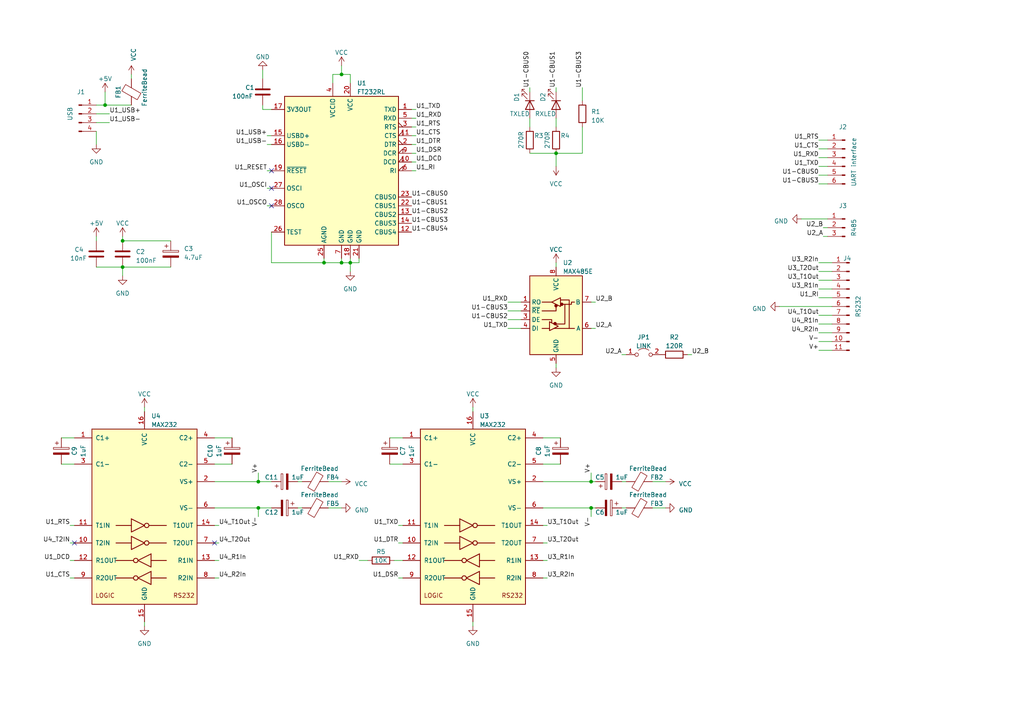
<source format=kicad_sch>
(kicad_sch (version 20230121) (generator eeschema)
  (paper "A4")
  (lib_symbols
    (symbol "Connector:Conn_01x03_Pin" (pin_names (offset 1.016) hide)
      (property "Reference" "J" (at 0 5.08 0))
      (property "Value" "Conn_01x03_Pin" (at 0 -5.08 0))
      (symbol "Conn_01x03_Pin_1_1"
        (polyline (pts (xy 1.27 -2.54) (xy 0.8636 -2.54)) (stroke (width 0.1524)))
        (polyline (pts (xy 1.27 0) (xy 0.8636 0)) (stroke (width 0.1524)))
        (polyline (pts (xy 1.27 2.54) (xy 0.8636 2.54)) (stroke (width 0.1524)))
        (rectangle (start 0.8636 -2.413) (end 0 -2.667) (stroke (width 0.1524)) (fill (type outline)))
        (rectangle (start 0.8636 0.127) (end 0 -0.127) (stroke (width 0.1524)) (fill (type outline)))
        (rectangle (start 0.8636 2.667) (end 0 2.413) (stroke (width 0.1524)) (fill (type outline)))
        (pin passive line (at 5.08 2.54 180) (length 3.81) (name "Pin_1") (number "1"))
        (pin passive line (at 5.08 0 180) (length 3.81) (name "Pin_2") (number "2"))
        (pin passive line (at 5.08 -2.54 180) (length 3.81) (name "Pin_3") (number "3"))
      )
    )
    (symbol "Connector:Conn_01x04_Pin" (pin_names (offset 1.016) hide)
      (property "Reference" "J" (at 0 5.08 0))
      (property "Value" "Conn_01x04_Pin" (at 0 -7.62 0))
      (symbol "Conn_01x04_Pin_1_1"
        (polyline (pts (xy 1.27 -5.08) (xy 0.8636 -5.08)) (stroke (width 0.1524)))
        (polyline (pts (xy 1.27 -2.54) (xy 0.8636 -2.54)) (stroke (width 0.1524)))
        (polyline (pts (xy 1.27 0) (xy 0.8636 0)) (stroke (width 0.1524)))
        (polyline (pts (xy 1.27 2.54) (xy 0.8636 2.54)) (stroke (width 0.1524)))
        (rectangle (start 0.8636 -4.953) (end 0 -5.207) (stroke (width 0.1524)) (fill (type outline)))
        (rectangle (start 0.8636 -2.413) (end 0 -2.667) (stroke (width 0.1524)) (fill (type outline)))
        (rectangle (start 0.8636 0.127) (end 0 -0.127) (stroke (width 0.1524)) (fill (type outline)))
        (rectangle (start 0.8636 2.667) (end 0 2.413) (stroke (width 0.1524)) (fill (type outline)))
        (pin passive line (at 5.08 2.54 180) (length 3.81) (name "Pin_1") (number "1"))
        (pin passive line (at 5.08 0 180) (length 3.81) (name "Pin_2") (number "2"))
        (pin passive line (at 5.08 -2.54 180) (length 3.81) (name "Pin_3") (number "3"))
        (pin passive line (at 5.08 -5.08 180) (length 3.81) (name "Pin_4") (number "4"))
      )
    )
    (symbol "Connector:Conn_01x06_Pin" (pin_names (offset 1.016) hide)
      (property "Reference" "J" (at 0 7.62 0))
      (property "Value" "Conn_01x06_Pin" (at 0 -10.16 0))
      (symbol "Conn_01x06_Pin_1_1"
        (polyline (pts (xy 1.27 -7.62) (xy 0.8636 -7.62)) (stroke (width 0.1524)))
        (polyline (pts (xy 1.27 -5.08) (xy 0.8636 -5.08)) (stroke (width 0.1524)))
        (polyline (pts (xy 1.27 -2.54) (xy 0.8636 -2.54)) (stroke (width 0.1524)))
        (polyline (pts (xy 1.27 0) (xy 0.8636 0)) (stroke (width 0.1524)))
        (polyline (pts (xy 1.27 2.54) (xy 0.8636 2.54)) (stroke (width 0.1524)))
        (polyline (pts (xy 1.27 5.08) (xy 0.8636 5.08)) (stroke (width 0.1524)))
        (rectangle (start 0.8636 -7.493) (end 0 -7.747) (stroke (width 0.1524)) (fill (type outline)))
        (rectangle (start 0.8636 -4.953) (end 0 -5.207) (stroke (width 0.1524)) (fill (type outline)))
        (rectangle (start 0.8636 -2.413) (end 0 -2.667) (stroke (width 0.1524)) (fill (type outline)))
        (rectangle (start 0.8636 0.127) (end 0 -0.127) (stroke (width 0.1524)) (fill (type outline)))
        (rectangle (start 0.8636 2.667) (end 0 2.413) (stroke (width 0.1524)) (fill (type outline)))
        (rectangle (start 0.8636 5.207) (end 0 4.953) (stroke (width 0.1524)) (fill (type outline)))
        (pin passive line (at 5.08 5.08 180) (length 3.81) (name "Pin_1") (number "1"))
        (pin passive line (at 5.08 2.54 180) (length 3.81) (name "Pin_2") (number "2"))
        (pin passive line (at 5.08 0 180) (length 3.81) (name "Pin_3") (number "3"))
        (pin passive line (at 5.08 -2.54 180) (length 3.81) (name "Pin_4") (number "4"))
        (pin passive line (at 5.08 -5.08 180) (length 3.81) (name "Pin_5") (number "5"))
        (pin passive line (at 5.08 -7.62 180) (length 3.81) (name "Pin_6") (number "6"))
      )
    )
    (symbol "Connector:Conn_01x11_Pin" (pin_names (offset 1.016) hide)
      (property "Reference" "J" (at 0 15.24 0))
      (property "Value" "Conn_01x11_Pin" (at 0 -15.24 0))
      (symbol "Conn_01x11_Pin_1_1"
        (polyline (pts (xy 1.27 -12.7) (xy 0.8636 -12.7)) (stroke (width 0.1524)))
        (polyline (pts (xy 1.27 -10.16) (xy 0.8636 -10.16)) (stroke (width 0.1524)))
        (polyline (pts (xy 1.27 -7.62) (xy 0.8636 -7.62)) (stroke (width 0.1524)))
        (polyline (pts (xy 1.27 -5.08) (xy 0.8636 -5.08)) (stroke (width 0.1524)))
        (polyline (pts (xy 1.27 -2.54) (xy 0.8636 -2.54)) (stroke (width 0.1524)))
        (polyline (pts (xy 1.27 0) (xy 0.8636 0)) (stroke (width 0.1524)))
        (polyline (pts (xy 1.27 2.54) (xy 0.8636 2.54)) (stroke (width 0.1524)))
        (polyline (pts (xy 1.27 5.08) (xy 0.8636 5.08)) (stroke (width 0.1524)))
        (polyline (pts (xy 1.27 7.62) (xy 0.8636 7.62)) (stroke (width 0.1524)))
        (polyline (pts (xy 1.27 10.16) (xy 0.8636 10.16)) (stroke (width 0.1524)))
        (polyline (pts (xy 1.27 12.7) (xy 0.8636 12.7)) (stroke (width 0.1524)))
        (rectangle (start 0.8636 -12.573) (end 0 -12.827) (stroke (width 0.1524)) (fill (type outline)))
        (rectangle (start 0.8636 -10.033) (end 0 -10.287) (stroke (width 0.1524)) (fill (type outline)))
        (rectangle (start 0.8636 -7.493) (end 0 -7.747) (stroke (width 0.1524)) (fill (type outline)))
        (rectangle (start 0.8636 -4.953) (end 0 -5.207) (stroke (width 0.1524)) (fill (type outline)))
        (rectangle (start 0.8636 -2.413) (end 0 -2.667) (stroke (width 0.1524)) (fill (type outline)))
        (rectangle (start 0.8636 0.127) (end 0 -0.127) (stroke (width 0.1524)) (fill (type outline)))
        (rectangle (start 0.8636 2.667) (end 0 2.413) (stroke (width 0.1524)) (fill (type outline)))
        (rectangle (start 0.8636 5.207) (end 0 4.953) (stroke (width 0.1524)) (fill (type outline)))
        (rectangle (start 0.8636 7.747) (end 0 7.493) (stroke (width 0.1524)) (fill (type outline)))
        (rectangle (start 0.8636 10.287) (end 0 10.033) (stroke (width 0.1524)) (fill (type outline)))
        (rectangle (start 0.8636 12.827) (end 0 12.573) (stroke (width 0.1524)) (fill (type outline)))
        (pin passive line (at 5.08 12.7 180) (length 3.81) (name "Pin_1") (number "1"))
        (pin passive line (at 5.08 -10.16 180) (length 3.81) (name "Pin_10") (number "10"))
        (pin passive line (at 5.08 -12.7 180) (length 3.81) (name "Pin_11") (number "11"))
        (pin passive line (at 5.08 10.16 180) (length 3.81) (name "Pin_2") (number "2"))
        (pin passive line (at 5.08 7.62 180) (length 3.81) (name "Pin_3") (number "3"))
        (pin passive line (at 5.08 5.08 180) (length 3.81) (name "Pin_4") (number "4"))
        (pin passive line (at 5.08 2.54 180) (length 3.81) (name "Pin_5") (number "5"))
        (pin passive line (at 5.08 0 180) (length 3.81) (name "Pin_6") (number "6"))
        (pin passive line (at 5.08 -2.54 180) (length 3.81) (name "Pin_7") (number "7"))
        (pin passive line (at 5.08 -5.08 180) (length 3.81) (name "Pin_8") (number "8"))
        (pin passive line (at 5.08 -7.62 180) (length 3.81) (name "Pin_9") (number "9"))
      )
    )
    (symbol "Device:C" (pin_numbers hide) (pin_names (offset 0.254))
      (property "Reference" "C" (at 0.635 2.54 0))
      (property "Value" "C" (at 0.635 -2.54 0))
      (symbol "C_0_1"
        (polyline (pts (xy -2.032 -0.762) (xy 2.032 -0.762)) (stroke (width 0.508)))
        (polyline (pts (xy -2.032 0.762) (xy 2.032 0.762)) (stroke (width 0.508)))
      )
      (symbol "C_1_1"
        (pin passive line (at 0 3.81 270) (length 2.794) (name "~") (number "1"))
        (pin passive line (at 0 -3.81 90) (length 2.794) (name "~") (number "2"))
      )
    )
    (symbol "Device:C_Polarized" (pin_numbers hide) (pin_names (offset 0.254))
      (property "Reference" "C" (at 0.635 2.54 0))
      (property "Value" "C_Polarized" (at 0.635 -2.54 0))
      (symbol "C_Polarized_0_1"
        (rectangle (start -2.286 0.508) (end 2.286 1.016))
        (polyline (pts (xy -1.778 2.286) (xy -0.762 2.286)))
        (polyline (pts (xy -1.27 2.794) (xy -1.27 1.778)))
        (rectangle (start 2.286 -0.508) (end -2.286 -1.016) (fill (type outline)))
      )
      (symbol "C_Polarized_1_1"
        (pin passive line (at 0 3.81 270) (length 2.794) (name "~") (number "1"))
        (pin passive line (at 0 -3.81 90) (length 2.794) (name "~") (number "2"))
      )
    )
    (symbol "Device:FerriteBead" (pin_numbers hide) (pin_names (offset 0))
      (property "Reference" "FB" (at -3.81 0.635 90))
      (property "Value" "FerriteBead" (at 3.81 0 90))
      (symbol "FerriteBead_0_1"
        (polyline (pts (xy 0 -1.27) (xy 0 -1.2192)))
        (polyline (pts (xy 0 1.27) (xy 0 1.2954)))
        (polyline (pts (xy -2.7686 0.4064) (xy -1.7018 2.2606) (xy 2.7686 -0.3048) (xy 1.6764 -2.159) (xy -2.7686 0.4064)))
      )
      (symbol "FerriteBead_1_1"
        (pin passive line (at 0 3.81 270) (length 2.54) (name "~") (number "1"))
        (pin passive line (at 0 -3.81 90) (length 2.54) (name "~") (number "2"))
      )
    )
    (symbol "Device:LED" (pin_numbers hide) (pin_names (offset 1.016) hide)
      (property "Reference" "D" (at 0 2.54 0))
      (property "Value" "LED" (at 0 -2.54 0))
      (symbol "LED_0_1"
        (polyline (pts (xy -1.27 -1.27) (xy -1.27 1.27)) (stroke (width 0.254)))
        (polyline (pts (xy -1.27 0) (xy 1.27 0)))
        (polyline (pts (xy 1.27 -1.27) (xy 1.27 1.27) (xy -1.27 0) (xy 1.27 -1.27)) (stroke (width 0.254)))
        (polyline (pts (xy -3.048 -0.762) (xy -4.572 -2.286) (xy -3.81 -2.286) (xy -4.572 -2.286) (xy -4.572 -1.524)))
        (polyline (pts (xy -1.778 -0.762) (xy -3.302 -2.286) (xy -2.54 -2.286) (xy -3.302 -2.286) (xy -3.302 -1.524)))
      )
      (symbol "LED_1_1"
        (pin passive line (at -3.81 0 0) (length 2.54) (name "K") (number "1"))
        (pin passive line (at 3.81 0 180) (length 2.54) (name "A") (number "2"))
      )
    )
    (symbol "Device:R" (pin_numbers hide) (pin_names (offset 0))
      (property "Reference" "R" (at 2.032 0 90))
      (property "Value" "R" (at 0 0 90))
      (symbol "R_0_1"
        (rectangle (start -1.016 -2.54) (end 1.016 2.54) (stroke (width 0.254)))
      )
      (symbol "R_1_1"
        (pin passive line (at 0 3.81 270) (length 1.27) (name "~") (number "1"))
        (pin passive line (at 0 -3.81 90) (length 1.27) (name "~") (number "2"))
      )
    )
    (symbol "Interface_UART:MAX232" (pin_names (offset 1.016))
      (property "Reference" "U" (at -2.54 28.575 0))
      (property "Value" "MAX232" (at -2.54 26.67 0))
      (symbol "MAX232_0_0"
        (text "LOGIC" (at -11.43 -22.86 0) (effects (font (size 1.27 1.27))))
        (text "RS232" (at 11.43 -22.86 0) (effects (font (size 1.27 1.27))))
      )
      (symbol "MAX232_0_1"
        (rectangle (start -15.24 -25.4) (end 15.24 25.4) (stroke (width 0.254)) (fill (type background)))
        (circle (center -2.54 -17.78) (radius 0.635) (stroke (width 0.254)))
        (circle (center -2.54 -12.7) (radius 0.635) (stroke (width 0.254)))
        (polyline (pts (xy -3.81 -7.62) (xy -8.255 -7.62)) (stroke (width 0.254)))
        (polyline (pts (xy -3.81 -2.54) (xy -8.255 -2.54)) (stroke (width 0.254)))
        (polyline (pts (xy -3.175 -17.78) (xy -8.255 -17.78)) (stroke (width 0.254)))
        (polyline (pts (xy -3.175 -12.7) (xy -8.255 -12.7)) (stroke (width 0.254)))
        (polyline (pts (xy 1.27 -7.62) (xy 6.35 -7.62)) (stroke (width 0.254)))
        (polyline (pts (xy 1.27 -2.54) (xy 6.35 -2.54)) (stroke (width 0.254)))
        (polyline (pts (xy 1.905 -17.78) (xy 6.35 -17.78)) (stroke (width 0.254)))
        (polyline (pts (xy 1.905 -12.7) (xy 6.35 -12.7)) (stroke (width 0.254)))
        (polyline (pts (xy -3.81 -5.715) (xy -3.81 -9.525) (xy 0 -7.62) (xy -3.81 -5.715)) (stroke (width 0.254)))
        (polyline (pts (xy -3.81 -0.635) (xy -3.81 -4.445) (xy 0 -2.54) (xy -3.81 -0.635)) (stroke (width 0.254)))
        (polyline (pts (xy 1.905 -15.875) (xy 1.905 -19.685) (xy -1.905 -17.78) (xy 1.905 -15.875)) (stroke (width 0.254)))
        (polyline (pts (xy 1.905 -10.795) (xy 1.905 -14.605) (xy -1.905 -12.7) (xy 1.905 -10.795)) (stroke (width 0.254)))
        (circle (center 0.635 -7.62) (radius 0.635) (stroke (width 0.254)))
        (circle (center 0.635 -2.54) (radius 0.635) (stroke (width 0.254)))
      )
      (symbol "MAX232_1_1"
        (pin passive line (at -20.32 22.86 0) (length 5.08) (name "C1+") (number "1"))
        (pin input line (at -20.32 -7.62 0) (length 5.08) (name "T2IN") (number "10"))
        (pin input line (at -20.32 -2.54 0) (length 5.08) (name "T1IN") (number "11"))
        (pin output line (at -20.32 -12.7 0) (length 5.08) (name "R1OUT") (number "12"))
        (pin input line (at 20.32 -12.7 180) (length 5.08) (name "R1IN") (number "13"))
        (pin output line (at 20.32 -2.54 180) (length 5.08) (name "T1OUT") (number "14"))
        (pin power_in line (at 0 -30.48 90) (length 5.08) (name "GND") (number "15"))
        (pin power_in line (at 0 30.48 270) (length 5.08) (name "VCC") (number "16"))
        (pin power_out line (at 20.32 10.16 180) (length 5.08) (name "VS+") (number "2"))
        (pin passive line (at -20.32 15.24 0) (length 5.08) (name "C1-") (number "3"))
        (pin passive line (at 20.32 22.86 180) (length 5.08) (name "C2+") (number "4"))
        (pin passive line (at 20.32 15.24 180) (length 5.08) (name "C2-") (number "5"))
        (pin power_out line (at 20.32 2.54 180) (length 5.08) (name "VS-") (number "6"))
        (pin output line (at 20.32 -7.62 180) (length 5.08) (name "T2OUT") (number "7"))
        (pin input line (at 20.32 -17.78 180) (length 5.08) (name "R2IN") (number "8"))
        (pin output line (at -20.32 -17.78 0) (length 5.08) (name "R2OUT") (number "9"))
      )
    )
    (symbol "Interface_UART:MAX485E"
      (property "Reference" "U" (at -6.096 11.43 0))
      (property "Value" "MAX485E" (at 0.762 11.43 0))
      (symbol "MAX485E_0_1"
        (rectangle (start -7.62 10.16) (end 7.62 -12.7) (stroke (width 0.254)) (fill (type background)))
        (circle (center -0.3048 -3.683) (radius 0.3556) (stroke (width 0.254)) (fill (type outline)))
        (circle (center -0.0254 1.4986) (radius 0.3556) (stroke (width 0.254)) (fill (type outline)))
        (polyline (pts (xy -4.064 -5.08) (xy -1.905 -5.08)) (stroke (width 0.254)))
        (polyline (pts (xy -4.064 2.54) (xy -1.27 2.54)) (stroke (width 0.254)))
        (polyline (pts (xy -1.27 -3.2004) (xy -1.27 -3.4544)) (stroke (width 0.254)))
        (polyline (pts (xy -0.635 -5.08) (xy 5.334 -5.08)) (stroke (width 0.254)))
        (polyline (pts (xy -4.064 -2.54) (xy -1.27 -2.54) (xy -1.27 -3.175)) (stroke (width 0.254)))
        (polyline (pts (xy 0 1.27) (xy 0 0) (xy -4.064 0)) (stroke (width 0.254)))
        (polyline (pts (xy 1.27 3.175) (xy 3.81 3.175) (xy 3.81 -5.08)) (stroke (width 0.254)))
        (polyline (pts (xy 2.54 1.905) (xy 2.54 -3.81) (xy 0 -3.81)) (stroke (width 0.254)))
        (polyline (pts (xy -1.905 -3.175) (xy -1.905 -5.715) (xy 0.635 -4.445) (xy -1.905 -3.175)) (stroke (width 0.254)))
        (polyline (pts (xy -1.27 2.54) (xy 1.27 3.81) (xy 1.27 1.27) (xy -1.27 2.54)) (stroke (width 0.254)))
        (polyline (pts (xy 1.905 1.905) (xy 4.445 1.905) (xy 4.445 2.54) (xy 5.334 2.54)) (stroke (width 0.254)))
        (rectangle (start 1.27 3.175) (end 1.27 3.175))
        (circle (center 1.651 1.905) (radius 0.3556) (stroke (width 0.254)) (fill (type outline)))
      )
      (symbol "MAX485E_1_1"
        (pin output line (at -10.16 2.54 0) (length 2.54) (name "RO") (number "1"))
        (pin input line (at -10.16 0 0) (length 2.54) (name "~{RE}") (number "2"))
        (pin input line (at -10.16 -2.54 0) (length 2.54) (name "DE") (number "3"))
        (pin input line (at -10.16 -5.08 0) (length 2.54) (name "DI") (number "4"))
        (pin power_in line (at 0 -15.24 90) (length 2.54) (name "GND") (number "5"))
        (pin bidirectional line (at 10.16 -5.08 180) (length 2.54) (name "A") (number "6"))
        (pin bidirectional line (at 10.16 2.54 180) (length 2.54) (name "B") (number "7"))
        (pin power_in line (at 0 12.7 270) (length 2.54) (name "VCC") (number "8"))
      )
    )
    (symbol "Interface_USB:FT232RL"
      (property "Reference" "U" (at -16.51 22.86 0))
      (property "Value" "FT232RL" (at 10.16 22.86 0))
      (symbol "FT232RL_0_1"
        (rectangle (start -16.51 21.59) (end 16.51 -21.59) (stroke (width 0.254)) (fill (type background)))
      )
      (symbol "FT232RL_1_1"
        (pin output line (at 20.32 17.78 180) (length 3.81) (name "TXD") (number "1"))
        (pin input input_low (at 20.32 2.54 180) (length 3.81) (name "DCD") (number "10"))
        (pin input input_low (at 20.32 10.16 180) (length 3.81) (name "CTS") (number "11"))
        (pin bidirectional line (at 20.32 -17.78 180) (length 3.81) (name "CBUS4") (number "12"))
        (pin bidirectional line (at 20.32 -12.7 180) (length 3.81) (name "CBUS2") (number "13"))
        (pin bidirectional line (at 20.32 -15.24 180) (length 3.81) (name "CBUS3") (number "14"))
        (pin bidirectional line (at -20.32 10.16 0) (length 3.81) (name "USBD+") (number "15"))
        (pin bidirectional line (at -20.32 7.62 0) (length 3.81) (name "USBD-") (number "16"))
        (pin power_out line (at -20.32 17.78 0) (length 3.81) (name "3V3OUT") (number "17"))
        (pin power_in line (at 2.54 -25.4 90) (length 3.81) (name "GND") (number "18"))
        (pin input line (at -20.32 0 0) (length 3.81) (name "~{RESET}") (number "19"))
        (pin output output_low (at 20.32 7.62 180) (length 3.81) (name "DTR") (number "2"))
        (pin power_in line (at 2.54 25.4 270) (length 3.81) (name "VCC") (number "20"))
        (pin power_in line (at 5.08 -25.4 90) (length 3.81) (name "GND") (number "21"))
        (pin bidirectional line (at 20.32 -10.16 180) (length 3.81) (name "CBUS1") (number "22"))
        (pin bidirectional line (at 20.32 -7.62 180) (length 3.81) (name "CBUS0") (number "23"))
        (pin power_in line (at -5.08 -25.4 90) (length 3.81) (name "AGND") (number "25"))
        (pin input line (at -20.32 -17.78 0) (length 3.81) (name "TEST") (number "26"))
        (pin input line (at -20.32 -5.08 0) (length 3.81) (name "OSCI") (number "27"))
        (pin output line (at -20.32 -10.16 0) (length 3.81) (name "OSCO") (number "28"))
        (pin output output_low (at 20.32 12.7 180) (length 3.81) (name "RTS") (number "3"))
        (pin power_in line (at -2.54 25.4 270) (length 3.81) (name "VCCIO") (number "4"))
        (pin input line (at 20.32 15.24 180) (length 3.81) (name "RXD") (number "5"))
        (pin input input_low (at 20.32 0 180) (length 3.81) (name "RI") (number "6"))
        (pin power_in line (at 0 -25.4 90) (length 3.81) (name "GND") (number "7"))
        (pin input input_low (at 20.32 5.08 180) (length 3.81) (name "DCR") (number "9"))
      )
    )
    (symbol "Jumper:Jumper_2_Open" (pin_names (offset 0) hide)
      (property "Reference" "JP" (at 0 2.794 0))
      (property "Value" "Jumper_2_Open" (at 0 -2.286 0))
      (symbol "Jumper_2_Open_0_0"
        (circle (center -2.032 0) (radius 0.508))
        (circle (center 2.032 0) (radius 0.508))
      )
      (symbol "Jumper_2_Open_0_1"
        (arc (start 1.524 1.27) (mid 0 1.778) (end -1.524 1.27))
      )
      (symbol "Jumper_2_Open_1_1"
        (pin passive line (at -5.08 0 0) (length 2.54) (name "A") (number "1"))
        (pin passive line (at 5.08 0 180) (length 2.54) (name "B") (number "2"))
      )
    )
    (symbol "power:+5V" (power) (pin_names (offset 0))
      (property "Value" "+5V" (at 0 3.556 0))
      (symbol "+5V_0_1"
        (polyline (pts (xy -0.762 1.27) (xy 0 2.54)))
        (polyline (pts (xy 0 0) (xy 0 2.54)))
        (polyline (pts (xy 0 2.54) (xy 0.762 1.27)))
      )
      (symbol "+5V_1_1"
        (pin power_in line (at 0 0 90) (length 0) hide (name "+5V") (number "1"))
      )
    )
    (symbol "power:GND" (power) (pin_names (offset 0))
      (property "Value" "GND" (at 0 -3.81 0))
      (symbol "GND_0_1"
        (polyline (pts (xy 0 0) (xy 0 -1.27) (xy 1.27 -1.27) (xy 0 -2.54) (xy -1.27 -1.27) (xy 0 -1.27)))
      )
      (symbol "GND_1_1"
        (pin power_in line (at 0 0 270) (length 0) hide (name "GND") (number "1"))
      )
    )
    (symbol "power:VCC" (power) (pin_names (offset 0))
      (property "Value" "VCC" (at 0 3.81 0))
      (symbol "VCC_0_1"
        (polyline (pts (xy -0.762 1.27) (xy 0 2.54)))
        (polyline (pts (xy 0 0) (xy 0 2.54)))
        (polyline (pts (xy 0 2.54) (xy 0.762 1.27)))
      )
      (symbol "VCC_1_1"
        (pin power_in line (at 0 0 90) (length 0) hide (name "VCC") (number "1"))
      )
    )
  )
  (junction (at 74.93 147.32))
  (junction (at 74.93 139.7))
  (junction (at 171.45 139.7))
  (junction (at 99.06 21.59))
  (junction (at 93.98 76.2))
  (junction (at 171.45 147.32))
  (junction (at 30.48 30.48))
  (junction (at 35.56 77.47))
  (junction (at 101.6 76.2))
  (junction (at 35.56 69.85))
  (junction (at 99.06 76.2))
  (junction (at 161.29 44.45))
  (no_connect (at 62.23 157.48))
  (no_connect (at 21.59 157.48))
  (no_connect (at 78.74 49.53))
  (no_connect (at 78.74 59.69))
  (no_connect (at 78.74 54.61))
  (wire (pts (xy 77.47 39.37) (xy 78.74 39.37)))
  (wire (pts (xy 62.23 139.7) (xy 74.93 139.7)))
  (wire (pts (xy 104.14 74.93) (xy 104.14 76.2)))
  (wire (pts (xy 35.56 69.85) (xy 49.53 69.85)))
  (wire (pts (xy 238.76 68.58) (xy 240.03 68.58)))
  (wire (pts (xy 157.48 139.7) (xy 171.45 139.7)))
  (wire (pts (xy 62.23 134.62) (xy 67.31 134.62)))
  (wire (pts (xy 101.6 76.2) (xy 99.06 76.2)))
  (wire (pts (xy 41.91 118.11) (xy 41.91 119.38)))
  (wire (pts (xy 78.74 67.31) (xy 78.74 76.2)))
  (wire (pts (xy 153.67 44.45) (xy 161.29 44.45)))
  (wire (pts (xy 74.93 139.7) (xy 78.74 139.7)))
  (wire (pts (xy 153.67 34.29) (xy 153.67 36.83)))
  (wire (pts (xy 180.34 139.7) (xy 181.61 139.7)))
  (wire (pts (xy 27.94 30.48) (xy 30.48 30.48)))
  (wire (pts (xy 147.32 90.17) (xy 151.13 90.17)))
  (wire (pts (xy 237.49 86.36) (xy 241.3 86.36)))
  (wire (pts (xy 17.78 127) (xy 21.59 127)))
  (wire (pts (xy 161.29 34.29) (xy 161.29 36.83)))
  (wire (pts (xy 189.23 147.32) (xy 193.04 147.32)))
  (wire (pts (xy 172.72 95.25) (xy 171.45 95.25)))
  (wire (pts (xy 114.3 162.56) (xy 116.84 162.56)))
  (wire (pts (xy 95.25 139.7) (xy 99.06 139.7)))
  (wire (pts (xy 30.48 30.48) (xy 38.1 30.48)))
  (wire (pts (xy 158.75 167.64) (xy 157.48 167.64)))
  (wire (pts (xy 78.74 31.75) (xy 76.2 31.75)))
  (wire (pts (xy 93.98 76.2) (xy 99.06 76.2)))
  (wire (pts (xy 237.49 91.44) (xy 241.3 91.44)))
  (wire (pts (xy 62.23 127) (xy 67.31 127)))
  (wire (pts (xy 120.65 46.99) (xy 119.38 46.99)))
  (wire (pts (xy 76.2 31.75) (xy 76.2 30.48)))
  (wire (pts (xy 153.67 25.4) (xy 153.67 26.67)))
  (wire (pts (xy 158.75 157.48) (xy 157.48 157.48)))
  (wire (pts (xy 99.06 19.05) (xy 99.06 21.59)))
  (wire (pts (xy 200.66 102.87) (xy 199.39 102.87)))
  (wire (pts (xy 237.49 48.26) (xy 240.03 48.26)))
  (wire (pts (xy 237.49 40.64) (xy 240.03 40.64)))
  (wire (pts (xy 120.65 34.29) (xy 119.38 34.29)))
  (wire (pts (xy 189.23 139.7) (xy 193.04 139.7)))
  (wire (pts (xy 137.16 181.61) (xy 137.16 180.34)))
  (wire (pts (xy 180.34 147.32) (xy 181.61 147.32)))
  (wire (pts (xy 120.65 44.45) (xy 119.38 44.45)))
  (wire (pts (xy 147.32 95.25) (xy 151.13 95.25)))
  (wire (pts (xy 35.56 68.58) (xy 35.56 69.85)))
  (wire (pts (xy 180.34 102.87) (xy 181.61 102.87)))
  (wire (pts (xy 63.5 162.56) (xy 62.23 162.56)))
  (wire (pts (xy 120.65 36.83) (xy 119.38 36.83)))
  (wire (pts (xy 147.32 87.63) (xy 151.13 87.63)))
  (wire (pts (xy 237.49 50.8) (xy 240.03 50.8)))
  (wire (pts (xy 27.94 69.85) (xy 27.94 68.58)))
  (wire (pts (xy 137.16 118.11) (xy 137.16 119.38)))
  (wire (pts (xy 158.75 152.4) (xy 157.48 152.4)))
  (wire (pts (xy 157.48 134.62) (xy 162.56 134.62)))
  (wire (pts (xy 161.29 44.45) (xy 161.29 48.26)))
  (wire (pts (xy 86.36 147.32) (xy 87.63 147.32)))
  (wire (pts (xy 78.74 76.2) (xy 93.98 76.2)))
  (wire (pts (xy 20.32 162.56) (xy 21.59 162.56)))
  (wire (pts (xy 161.29 25.4) (xy 161.29 26.67)))
  (wire (pts (xy 63.5 167.64) (xy 62.23 167.64)))
  (wire (pts (xy 120.65 31.75) (xy 119.38 31.75)))
  (wire (pts (xy 20.32 152.4) (xy 21.59 152.4)))
  (wire (pts (xy 38.1 22.86) (xy 38.1 21.59)))
  (wire (pts (xy 237.49 101.6) (xy 241.3 101.6)))
  (wire (pts (xy 31.75 33.02) (xy 27.94 33.02)))
  (wire (pts (xy 86.36 139.7) (xy 87.63 139.7)))
  (wire (pts (xy 237.49 93.98) (xy 241.3 93.98)))
  (wire (pts (xy 20.32 157.48) (xy 21.59 157.48)))
  (wire (pts (xy 77.47 54.61) (xy 78.74 54.61)))
  (wire (pts (xy 168.91 44.45) (xy 161.29 44.45)))
  (wire (pts (xy 74.93 147.32) (xy 78.74 147.32)))
  (wire (pts (xy 63.5 152.4) (xy 62.23 152.4)))
  (wire (pts (xy 237.49 78.74) (xy 241.3 78.74)))
  (wire (pts (xy 99.06 74.93) (xy 99.06 76.2)))
  (wire (pts (xy 120.65 39.37) (xy 119.38 39.37)))
  (wire (pts (xy 101.6 24.13) (xy 101.6 21.59)))
  (wire (pts (xy 30.48 26.67) (xy 30.48 30.48)))
  (wire (pts (xy 113.03 127) (xy 116.84 127)))
  (wire (pts (xy 237.49 83.82) (xy 241.3 83.82)))
  (wire (pts (xy 115.57 152.4) (xy 116.84 152.4)))
  (wire (pts (xy 237.49 45.72) (xy 240.03 45.72)))
  (wire (pts (xy 115.57 167.64) (xy 116.84 167.64)))
  (wire (pts (xy 168.91 25.4) (xy 168.91 29.21)))
  (wire (pts (xy 161.29 76.2) (xy 161.29 77.47)))
  (wire (pts (xy 240.03 63.5) (xy 232.41 63.5)))
  (wire (pts (xy 237.49 43.18) (xy 240.03 43.18)))
  (wire (pts (xy 161.29 106.68) (xy 161.29 105.41)))
  (wire (pts (xy 157.48 147.32) (xy 171.45 147.32)))
  (wire (pts (xy 77.47 49.53) (xy 78.74 49.53)))
  (wire (pts (xy 237.49 99.06) (xy 241.3 99.06)))
  (wire (pts (xy 120.65 49.53) (xy 119.38 49.53)))
  (wire (pts (xy 27.94 77.47) (xy 35.56 77.47)))
  (wire (pts (xy 76.2 20.32) (xy 76.2 22.86)))
  (wire (pts (xy 35.56 77.47) (xy 49.53 77.47)))
  (wire (pts (xy 120.65 41.91) (xy 119.38 41.91)))
  (wire (pts (xy 27.94 38.1) (xy 27.94 41.91)))
  (wire (pts (xy 31.75 35.56) (xy 27.94 35.56)))
  (wire (pts (xy 74.93 149.86) (xy 74.93 147.32)))
  (wire (pts (xy 104.14 76.2) (xy 101.6 76.2)))
  (wire (pts (xy 226.06 88.9) (xy 241.3 88.9)))
  (wire (pts (xy 104.14 162.56) (xy 106.68 162.56)))
  (wire (pts (xy 172.72 87.63) (xy 171.45 87.63)))
  (wire (pts (xy 20.32 167.64) (xy 21.59 167.64)))
  (wire (pts (xy 74.93 137.16) (xy 74.93 139.7)))
  (wire (pts (xy 41.91 180.34) (xy 41.91 181.61)))
  (wire (pts (xy 147.32 92.71) (xy 151.13 92.71)))
  (wire (pts (xy 238.76 66.04) (xy 240.03 66.04)))
  (wire (pts (xy 101.6 76.2) (xy 101.6 78.74)))
  (wire (pts (xy 237.49 53.34) (xy 240.03 53.34)))
  (wire (pts (xy 171.45 149.86) (xy 171.45 147.32)))
  (wire (pts (xy 115.57 157.48) (xy 116.84 157.48)))
  (wire (pts (xy 77.47 59.69) (xy 78.74 59.69)))
  (wire (pts (xy 62.23 147.32) (xy 74.93 147.32)))
  (wire (pts (xy 99.06 21.59) (xy 101.6 21.59)))
  (wire (pts (xy 171.45 139.7) (xy 172.72 139.7)))
  (wire (pts (xy 101.6 74.93) (xy 101.6 76.2)))
  (wire (pts (xy 99.06 21.59) (xy 96.52 21.59)))
  (wire (pts (xy 96.52 24.13) (xy 96.52 21.59)))
  (wire (pts (xy 113.03 134.62) (xy 116.84 134.62)))
  (wire (pts (xy 17.78 134.62) (xy 21.59 134.62)))
  (wire (pts (xy 168.91 36.83) (xy 168.91 44.45)))
  (wire (pts (xy 95.25 147.32) (xy 99.06 147.32)))
  (wire (pts (xy 237.49 76.2) (xy 241.3 76.2)))
  (wire (pts (xy 63.5 157.48) (xy 62.23 157.48)))
  (wire (pts (xy 77.47 41.91) (xy 78.74 41.91)))
  (wire (pts (xy 171.45 147.32) (xy 172.72 147.32)))
  (wire (pts (xy 158.75 162.56) (xy 157.48 162.56)))
  (wire (pts (xy 171.45 137.16) (xy 171.45 139.7)))
  (wire (pts (xy 35.56 80.01) (xy 35.56 77.47)))
  (wire (pts (xy 237.49 81.28) (xy 241.3 81.28)))
  (wire (pts (xy 237.49 96.52) (xy 241.3 96.52)))
  (wire (pts (xy 157.48 127) (xy 162.56 127)))
  (wire (pts (xy 93.98 74.93) (xy 93.98 76.2)))
  (label "U1_TXD" (at 120.65 31.75 0))
  (label "U3_T2Out" (at 237.49 78.74 180))
  (label "U1_DSR" (at 115.57 167.64 180))
  (label "U1_RI" (at 237.49 86.36 180))
  (label "U4_T2IN" (at 20.32 157.48 180))
  (label "U3_T2Out" (at 158.75 157.48 0))
  (label "U2_A" (at 238.76 68.58 180))
  (label "U1-CBUS0" (at 237.49 50.8 180))
  (label "V-" (at 171.45 149.86 270))
  (label "U1-CBUS3" (at 237.49 53.34 180))
  (label "V-" (at 237.49 99.06 180))
  (label "U1_DCD" (at 120.65 46.99 0))
  (label "U2_B" (at 238.76 66.04 180))
  (label "U2_B" (at 172.72 87.63 0))
  (label "U1_OSCI" (at 77.47 54.61 180))
  (label "U1-CBUS3" (at 119.38 64.77 0))
  (label "U1-CBUS0" (at 119.38 57.15 0))
  (label "U1_DSR" (at 120.65 44.45 0))
  (label "U1_TXD" (at 115.57 152.4 180))
  (label "U1_TXD" (at 237.49 48.26 180))
  (label "U3_R2In" (at 158.75 167.64 0))
  (label "U4_T2Out" (at 63.5 157.48 0))
  (label "U1_TXD" (at 147.32 95.25 180))
  (label "U1_RESET" (at 77.47 49.53 180))
  (label "U4_T1Out" (at 237.49 91.44 180))
  (label "U1_RTS" (at 20.32 152.4 180))
  (label "U4_R1In" (at 63.5 162.56 0))
  (label "U3_R1In" (at 158.75 162.56 0))
  (label "U1_DCD" (at 20.32 162.56 180))
  (label "U3_R1In" (at 237.49 83.82 180))
  (label "U4_T1Out" (at 63.5 152.4 0))
  (label "U1_OSCO" (at 77.47 59.69 180))
  (label "U2_B" (at 200.66 102.87 0))
  (label "V-" (at 74.93 149.86 270))
  (label "U1_RXD" (at 147.32 87.63 180))
  (label "V+" (at 171.45 137.16 90))
  (label "U1_CTS" (at 237.49 43.18 180))
  (label "U1_CTS" (at 120.65 39.37 0))
  (label "U1_RI" (at 120.65 49.53 0))
  (label "U3_R2In" (at 237.49 76.2 180))
  (label "U1-CBUS1" (at 161.29 25.4 90))
  (label "U1-CBUS2" (at 119.38 62.23 0))
  (label "U1_DTR" (at 115.57 157.48 180))
  (label "U1_USB-" (at 31.75 35.56 0))
  (label "U1_RXD" (at 120.65 34.29 0))
  (label "V+" (at 74.93 137.16 90))
  (label "U1_USB+" (at 77.47 39.37 180))
  (label "U1-CBUS2" (at 147.32 92.71 180))
  (label "U1_USB-" (at 77.47 41.91 180))
  (label "U4_R2In" (at 237.49 96.52 180))
  (label "U1-CBUS4" (at 119.38 67.31 0))
  (label "U2_A" (at 172.72 95.25 0))
  (label "U1-CBUS3" (at 147.32 90.17 180))
  (label "U1_RTS" (at 237.49 40.64 180))
  (label "U1_CTS" (at 20.32 167.64 180))
  (label "U2_A" (at 180.34 102.87 180))
  (label "U1-CBUS3" (at 168.91 25.4 90))
  (label "U4_R1In" (at 237.49 93.98 180))
  (label "U1-CBUS1" (at 119.38 59.69 0))
  (label "U1_DTR" (at 120.65 41.91 0))
  (label "U1_RTS" (at 120.65 36.83 0))
  (label "U1_RXD" (at 237.49 45.72 180))
  (label "V+" (at 237.49 101.6 180))
  (label "U1_USB+" (at 31.75 33.02 0))
  (label "U4_R2In" (at 63.5 167.64 0))
  (label "U3_T1Out" (at 237.49 81.28 180))
  (label "U3_T1Out" (at 158.75 152.4 0))
  (label "U1_RXD" (at 104.14 162.56 180))
  (label "U1-CBUS0" (at 153.67 25.4 90))
  (symbol (lib_id "Device:R") (at 110.49 162.56 90) (unit 1)
    (property "Reference" "R5" (at 110.49 160.02 90))
    (property "Value" "10K" (at 110.49 162.56 90))
    (property "Footprint" "Resistor_THT:R_Axial_DIN0207_L6.3mm_D2.5mm_P7.62mm_Horizontal" (effects hide))
  )
  (symbol (lib_id "Device:C_Polarized") (at 17.78 130.81 0) (unit 1)
    (property "Reference" "C9" (at 21.59 130.81 90))
    (property "Value" "1uF" (at 24.13 130.81 90))
    (property "Footprint" "Capacitor_THT:C_Disc_D4.3mm_W1.9mm_P5.00mm" (effects hide))
  )
  (symbol (lib_id "power:VCC") (at 193.04 139.7 270) (unit 1)
    (property "Reference" "#PWR017" (effects hide))
    (property "Value" "VCC" (at 196.85 140.335 90) (effects (justify left)))
  )
  (symbol (lib_id "Device:FerriteBead") (at 185.42 147.32 270) (unit 1)
    (property "Reference" "FB3" (at 190.5 146.05 90))
    (property "Value" "FerriteBead" (at 187.96 143.51 90))
    (property "Footprint" "Inductor_SMD:L_0805_2012Metric" (effects hide))
  )
  (symbol (lib_id "power:GND") (at 232.41 63.5 270) (unit 1)
    (property "Reference" "#PWR023" (effects hide))
    (property "Value" "GND" (at 228.6 64.135 90) (effects (justify right)))
  )
  (symbol (lib_id "Jumper:Jumper_2_Open") (at 186.69 102.87 0) (unit 1)
    (property "Reference" "JP1" (at 186.69 97.79 0))
    (property "Value" "LINK" (at 186.69 100.33 0))
    (property "Footprint" "Connector_PinHeader_2.54mm:PinHeader_1x02_P2.54mm_Vertical" (effects hide))
  )
  (symbol (lib_id "Device:C_Polarized") (at 49.53 73.66 0) (unit 1)
    (property "Reference" "C3" (at 53.34 72.136 0) (effects (justify left)))
    (property "Value" "4.7uF" (at 53.34 74.676 0) (effects (justify left)))
    (property "Footprint" "Capacitor_THT:CP_Radial_D5.0mm_P2.00mm" (effects hide))
  )
  (symbol (lib_id "power:GND") (at 137.16 181.61 0) (unit 1)
    (property "Reference" "#PWR015" (effects hide))
    (property "Value" "GND" (at 137.16 186.69 0))
  )
  (symbol (lib_id "Interface_UART:MAX485E") (at 161.29 90.17 0) (unit 1)
    (property "Reference" "U2" (at 163.2459 76.2 0) (effects (justify left)))
    (property "Value" "MAX485E" (at 163.2459 78.74 0) (effects (justify left)))
    (property "Footprint" "Package_SO:SO-8_3.9x4.9mm_P1.27mm" (effects hide))
    (property "Datasheet" "https://datasheets.maximintegrated.com/en/ds/MAX1487E-MAX491E.pdf" (effects hide))
  )
  (symbol (lib_id "power:+5V") (at 27.94 68.58 0) (unit 1)
    (property "Reference" "#PWR09" (effects hide))
    (property "Value" "+5V" (at 27.94 64.77 0))
  )
  (symbol (lib_id "Connector:Conn_01x04_Pin") (at 22.86 33.02 0) (unit 1)
    (property "Reference" "J1" (at 23.495 26.67 0))
    (property "Value" "USB" (at 20.32 33.02 90))
    (property "Footprint" "Connector_PinHeader_2.54mm:PinHeader_1x04_P2.54mm_Vertical" (effects hide))
  )
  (symbol (lib_id "Device:C_Polarized") (at 82.55 147.32 270) (unit 1)
    (property "Reference" "C12" (at 78.74 148.59 90))
    (property "Value" "1uF" (at 86.36 148.59 90))
    (property "Footprint" "Capacitor_THT:C_Disc_D4.3mm_W1.9mm_P5.00mm" (effects hide))
  )
  (symbol (lib_id "Device:C") (at 27.94 73.66 0) (unit 1)
    (property "Reference" "C4" (at 21.59 72.39 0) (effects (justify left)))
    (property "Value" "10nF" (at 20.32 74.93 0) (effects (justify left)))
    (property "Footprint" "Capacitor_THT:C_Disc_D5.0mm_W2.5mm_P5.00mm" (effects hide))
  )
  (symbol (lib_id "power:GND") (at 35.56 80.01 0) (unit 1)
    (property "Reference" "#PWR08" (effects hide))
    (property "Value" "GND" (at 35.56 85.09 0))
  )
  (symbol (lib_id "Device:LED") (at 153.67 30.48 270) (unit 1)
    (property "Reference" "D1" (at 149.86 29.5275 0) (effects (justify right)))
    (property "Value" "TXLED" (at 153.67 33.02 90) (effects (justify right)))
    (property "Footprint" "LED_THT:LED_D3.0mm" (effects hide))
  )
  (symbol (lib_id "power:GND") (at 76.2 20.32 180) (unit 1)
    (property "Reference" "#PWR06" (effects hide))
    (property "Value" "GND" (at 76.2 16.51 0))
  )
  (symbol (lib_id "Device:C") (at 35.56 73.66 0) (unit 1)
    (property "Reference" "C2" (at 39.37 73.025 0) (effects (justify left)))
    (property "Value" "100nF" (at 39.37 75.565 0) (effects (justify left)))
    (property "Footprint" "Capacitor_THT:C_Disc_D4.3mm_W1.9mm_P5.00mm" (effects hide))
  )
  (symbol (lib_id "power:VCC") (at 161.29 76.2 0) (unit 1)
    (property "Reference" "#PWR011" (effects hide))
    (property "Value" "VCC" (at 161.29 72.39 0))
  )
  (symbol (lib_id "power:VCC") (at 161.29 48.26 180) (unit 1)
    (property "Reference" "#PWR010" (effects hide))
    (property "Value" "VCC" (at 161.29 53.34 0))
  )
  (symbol (lib_id "Device:C_Polarized") (at 176.53 147.32 270) (unit 1)
    (property "Reference" "C6" (at 173.99 148.59 90))
    (property "Value" "1uF" (at 180.34 148.59 90))
    (property "Footprint" "Capacitor_THT:C_Disc_D4.3mm_W1.9mm_P5.00mm" (effects hide))
  )
  (symbol (lib_id "Device:C_Polarized") (at 67.31 130.81 0) (unit 1)
    (property "Reference" "C10" (at 60.96 130.81 90))
    (property "Value" "1uF" (at 63.5 130.81 90))
    (property "Footprint" "Capacitor_THT:C_Disc_D4.3mm_W1.9mm_P5.00mm" (effects hide))
  )
  (symbol (lib_id "Interface_UART:MAX232") (at 137.16 149.86 0) (unit 1)
    (property "Reference" "U3" (at 139.1159 120.65 0) (effects (justify left)))
    (property "Value" "MAX232" (at 139.1159 123.19 0) (effects (justify left)))
    (property "Footprint" "Package_SO:SOIC-16_4.55x10.3mm_P1.27mm" (effects hide))
    (property "Datasheet" "http://www.ti.com/lit/ds/symlink/max232.pdf" (effects hide))
  )
  (symbol (lib_id "power:GND") (at 226.06 88.9 270) (unit 1)
    (property "Reference" "#PWR022" (effects hide))
    (property "Value" "GND" (at 222.25 89.535 90) (effects (justify right)))
  )
  (symbol (lib_id "Device:R") (at 161.29 40.64 0) (unit 1)
    (property "Reference" "R4" (at 162.56 39.37 0) (effects (justify left)))
    (property "Value" "270R" (at 158.75 43.18 90) (effects (justify left)))
    (property "Footprint" "Resistor_THT:R_Axial_DIN0207_L6.3mm_D2.5mm_P7.62mm_Horizontal" (effects hide))
  )
  (symbol (lib_id "Device:C_Polarized") (at 162.56 130.81 0) (unit 1)
    (property "Reference" "C8" (at 156.21 130.81 90))
    (property "Value" "1uF" (at 158.75 130.81 90))
    (property "Footprint" "Capacitor_THT:C_Disc_D4.3mm_W1.9mm_P5.00mm" (effects hide))
  )
  (symbol (lib_id "power:VCC") (at 38.1 21.59 0) (unit 1)
    (property "Reference" "#PWR05" (effects hide))
    (property "Value" "VCC" (at 38.735 17.78 90) (effects (justify left)))
  )
  (symbol (lib_id "Interface_UART:MAX232") (at 41.91 149.86 0) (unit 1)
    (property "Reference" "U4" (at 43.8659 120.65 0) (effects (justify left)))
    (property "Value" "MAX232" (at 43.8659 123.19 0) (effects (justify left)))
    (property "Footprint" "Package_SO:SOIC-16_4.55x10.3mm_P1.27mm" (effects hide))
    (property "Datasheet" "http://www.ti.com/lit/ds/symlink/max232.pdf" (effects hide))
  )
  (symbol (lib_id "power:+5V") (at 30.48 26.67 0) (unit 1)
    (property "Reference" "#PWR04" (effects hide))
    (property "Value" "+5V" (at 30.48 22.86 0))
  )
  (symbol (lib_id "power:GND") (at 193.04 147.32 90) (unit 1)
    (property "Reference" "#PWR016" (effects hide))
    (property "Value" "GND" (at 196.85 147.955 90) (effects (justify right)))
  )
  (symbol (lib_id "power:GND") (at 101.6 78.74 0) (unit 1)
    (property "Reference" "#PWR01" (effects hide))
    (property "Value" "GND" (at 101.6 83.82 0))
  )
  (symbol (lib_id "Device:FerriteBead") (at 38.1 26.67 180) (unit 1)
    (property "Reference" "FB1" (at 34.29 26.67 90))
    (property "Value" "FerriteBead" (at 41.91 25.4 90))
    (property "Footprint" "Inductor_SMD:L_0805_2012Metric" (effects hide))
  )
  (symbol (lib_id "Device:C_Polarized") (at 113.03 130.81 0) (unit 1)
    (property "Reference" "C7" (at 116.84 130.81 90))
    (property "Value" "1uF" (at 119.38 130.81 90))
    (property "Footprint" "Capacitor_THT:C_Disc_D4.3mm_W1.9mm_P5.00mm" (effects hide))
  )
  (symbol (lib_id "Device:FerriteBead") (at 185.42 139.7 270) (unit 1)
    (property "Reference" "FB2" (at 190.5 138.43 90))
    (property "Value" "FerriteBead" (at 187.96 135.89 90))
    (property "Footprint" "Inductor_SMD:L_0805_2012Metric" (effects hide))
  )
  (symbol (lib_id "power:GND") (at 41.91 181.61 0) (unit 1)
    (property "Reference" "#PWR019" (effects hide))
    (property "Value" "GND" (at 41.91 186.69 0))
  )
  (symbol (lib_id "power:VCC") (at 99.06 19.05 0) (unit 1)
    (property "Reference" "#PWR03" (effects hide))
    (property "Value" "VCC" (at 99.06 15.24 0))
  )
  (symbol (lib_id "Device:R") (at 195.58 102.87 270) (unit 1)
    (property "Reference" "R2" (at 195.58 97.79 90))
    (property "Value" "120R" (at 195.58 100.33 90))
    (property "Footprint" "Resistor_THT:R_Axial_DIN0207_L6.3mm_D2.5mm_P7.62mm_Horizontal" (effects hide))
  )
  (symbol (lib_id "power:GND") (at 99.06 147.32 90) (unit 1)
    (property "Reference" "#PWR021" (effects hide))
    (property "Value" "GND" (at 102.87 147.955 90) (effects (justify right)))
  )
  (symbol (lib_id "power:VCC") (at 99.06 139.7 270) (unit 1)
    (property "Reference" "#PWR020" (effects hide))
    (property "Value" "VCC" (at 102.87 140.335 90) (effects (justify left)))
  )
  (symbol (lib_id "Connector:Conn_01x11_Pin") (at 246.38 88.9 0) (mirror y) (unit 1)
    (property "Reference" "J4" (at 245.745 74.93 0))
    (property "Value" "RS232" (at 248.92 88.9 90))
    (property "Footprint" "Connector_PinHeader_2.54mm:PinHeader_1x11_P2.54mm_Vertical" (effects hide))
  )
  (symbol (lib_id "power:VCC") (at 41.91 118.11 0) (unit 1)
    (property "Reference" "#PWR018" (effects hide))
    (property "Value" "VCC" (at 41.91 114.3 0))
  )
  (symbol (lib_id "Connector:Conn_01x03_Pin") (at 245.11 66.04 0) (mirror y) (unit 1)
    (property "Reference" "J3" (at 244.475 59.69 0))
    (property "Value" "R485" (at 247.65 66.04 90))
    (property "Footprint" "Connector_PinHeader_2.54mm:PinHeader_1x03_P2.54mm_Vertical" (effects hide))
  )
  (symbol (lib_id "power:VCC") (at 35.56 68.58 0) (unit 1)
    (property "Reference" "#PWR07" (effects hide))
    (property "Value" "VCC" (at 35.56 64.77 0))
  )
  (symbol (lib_id "Device:LED") (at 161.29 30.48 270) (unit 1)
    (property "Reference" "D2" (at 157.48 29.5275 0) (effects (justify right)))
    (property "Value" "RXLED" (at 161.29 33.02 90) (effects (justify right)))
    (property "Footprint" "LED_THT:LED_D3.0mm" (effects hide))
  )
  (symbol (lib_id "power:VCC") (at 137.16 118.11 0) (unit 1)
    (property "Reference" "#PWR014" (effects hide))
    (property "Value" "VCC" (at 137.16 114.3 0))
  )
  (symbol (lib_id "Device:FerriteBead") (at 91.44 139.7 270) (unit 1)
    (property "Reference" "FB4" (at 96.52 138.43 90))
    (property "Value" "FerriteBead" (at 92.71 135.89 90))
    (property "Footprint" "Inductor_SMD:L_0805_2012Metric" (effects hide))
  )
  (symbol (lib_id "Device:C_Polarized") (at 176.53 139.7 90) (unit 1)
    (property "Reference" "C5" (at 173.99 138.43 90))
    (property "Value" "1uF" (at 180.34 138.43 90))
    (property "Footprint" "Capacitor_THT:C_Disc_D4.3mm_W1.9mm_P5.00mm" (effects hide))
  )
  (symbol (lib_id "power:GND") (at 161.29 106.68 0) (unit 1)
    (property "Reference" "#PWR012" (effects hide))
    (property "Value" "GND" (at 161.29 111.76 0))
  )
  (symbol (lib_id "Device:FerriteBead") (at 91.44 147.32 270) (unit 1)
    (property "Reference" "FB5" (at 96.52 146.05 90))
    (property "Value" "FerriteBead" (at 92.71 143.51 90))
    (property "Footprint" "Inductor_SMD:L_0805_2012Metric" (effects hide))
  )
  (symbol (lib_id "Device:C") (at 76.2 26.67 0) (unit 1)
    (property "Reference" "C1" (at 71.12 25.4 0) (effects (justify left)))
    (property "Value" "100nF" (at 67.31 27.94 0) (effects (justify left)))
    (property "Footprint" "Capacitor_THT:C_Disc_D4.3mm_W1.9mm_P5.00mm" (effects hide))
  )
  (symbol (lib_id "Device:C_Polarized") (at 82.55 139.7 90) (unit 1)
    (property "Reference" "C11" (at 78.74 138.43 90))
    (property "Value" "1uF" (at 86.36 138.43 90))
    (property "Footprint" "Capacitor_THT:C_Disc_D4.3mm_W1.9mm_P5.00mm" (effects hide))
  )
  (symbol (lib_id "Device:R") (at 153.67 40.64 0) (unit 1)
    (property "Reference" "R3" (at 154.94 39.37 0) (effects (justify left)))
    (property "Value" "270R" (at 151.13 43.18 90) (effects (justify left)))
    (property "Footprint" "Resistor_THT:R_Axial_DIN0207_L6.3mm_D2.5mm_P7.62mm_Horizontal" (effects hide))
  )
  (symbol (lib_id "Connector:Conn_01x06_Pin") (at 245.11 45.72 0) (mirror y) (unit 1)
    (property "Reference" "J2" (at 244.475 36.83 0))
    (property "Value" "UART interface" (at 247.65 46.99 90))
    (property "Footprint" "Connector_PinHeader_2.54mm:PinHeader_1x06_P2.54mm_Vertical" (effects hide))
  )
  (symbol (lib_id "Device:R") (at 168.91 33.02 0) (unit 1)
    (property "Reference" "R1" (at 171.45 32.385 0) (effects (justify left)))
    (property "Value" "10K" (at 171.45 34.925 0) (effects (justify left)))
    (property "Footprint" "Resistor_THT:R_Axial_DIN0207_L6.3mm_D2.5mm_P7.62mm_Horizontal" (effects hide))
  )
  (symbol (lib_id "Interface_USB:FT232RL") (at 99.06 49.53 0) (unit 1)
    (property "Reference" "U1" (at 103.5559 24.13 0) (effects (justify left)))
    (property "Value" "FT232RL" (at 103.5559 26.67 0) (effects (justify left)))
    (property "Footprint" "Package_SO:SSOP-28_5.3x10.2mm_P0.65mm" (effects hide))
    (property "Datasheet" "https://www.ftdichip.com/Support/Documents/DataSheets/ICs/DS_FT232R.pdf" (effects hide))
  )
  (symbol (lib_id "power:GND") (at 27.94 41.91 0) (unit 1)
    (property "Reference" "#PWR02" (effects hide))
    (property "Value" "GND" (at 27.94 46.99 0))
  )
)
</source>
